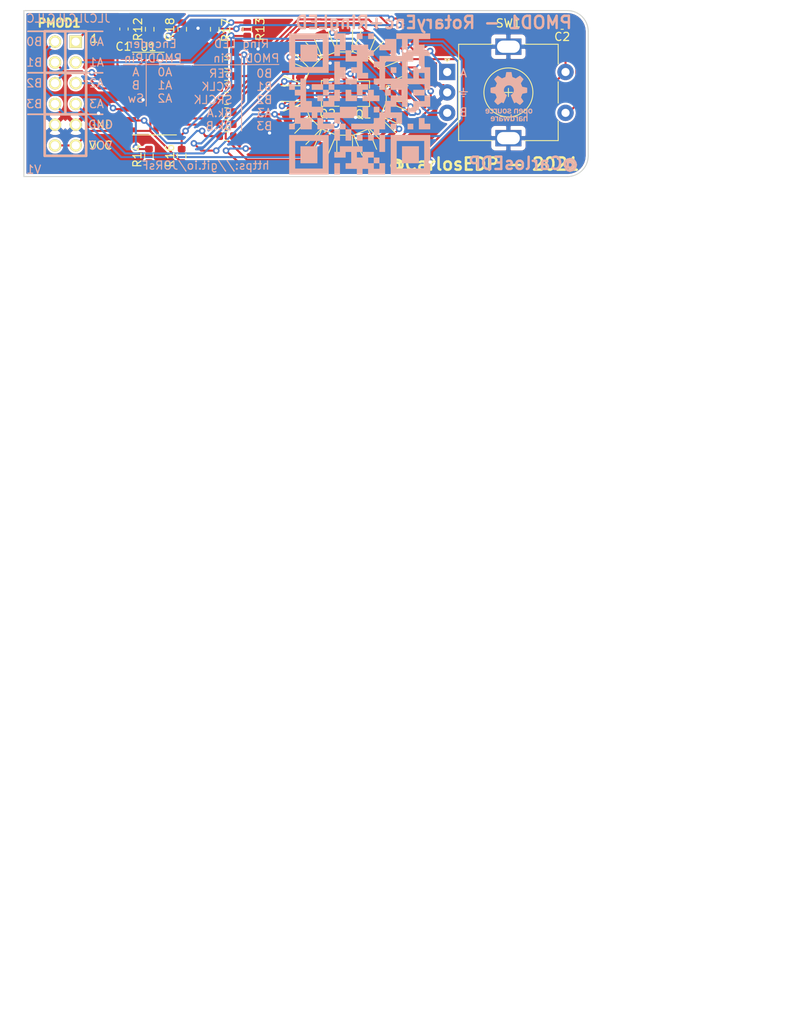
<source format=kicad_pcb>
(kicad_pcb (version 20171130) (host pcbnew "(5.1.9-0-10_14)")
  (layers (0 F.Cu signal) (31 B.Cu signal) (34 B.Paste user hide) (35 F.Paste user hide) (36 B.SilkS user) (37 F.SilkS user hide) (38 B.Mask user hide) (39 F.Mask user hide) (44 Edge.Cuts user))
  (net 0 "")
  (net 1 GND)
  (net 2 "Net-(D1-Pad2)")
  (net 3 "Net-(PMOD1-Pad1)")
  (net 4 "Net-(PMOD1-Pad7)")
  (net 5 "Net-(PMOD1-Pad2)")
  (net 6 "Net-(PMOD1-Pad8)")
  (net 7 "Net-(PMOD1-Pad3)")
  (net 8 "Net-(PMOD1-Pad9)")
  (net 9 +3V3)
  (net 10 "Net-(R3-Pad2)")
  (net 11 "Net-(R4-Pad2)")
  (net 12 "Net-(R5-Pad2)")
  (net 13 "Net-(R6-Pad2)")
  (net 14 "Net-(R7-Pad2)")
  (net 15 "Net-(R8-Pad2)")
  (net 16 "Net-(R9-Pad2)")
  (net 17 "Net-(R10-Pad2)")
  (net 18 "Net-(R12-Pad1)")
  (net 19 "Net-(R13-Pad1)")
  (net 20 "Net-(U1-Pad9)")
  (net 21 "Net-(D1-Pad1)")
  (net 22 "Net-(D10-Pad1)")
  (net 23 "Net-(D10-Pad2)")
  (net 24 "Net-(D11-Pad2)")
  (net 25 "Net-(D12-Pad2)")
  (net 26 "Net-(D13-Pad2)")
  (net 27 "Net-(D14-Pad2)")
  (net 28 "Net-(D15-Pad2)")
  (net 29 "Net-(D16-Pad2)")
  (net 30 A1)
  (net 31 A2)
  (net 32 "Net-(C2-Pad2)")
  (module CarlosEDP_Lib:RotaryEncoder_Alps_EC11E-Switch_Vertical_H20mm (layer F.Cu) (at 69.6525 101.501)
    (fp_text reference SW1 (at 7.493 -5.969) (layer F.SilkS))
    (fp_text value Rotary_Encoder_Switch)
    (pad A thru_hole rect (at 0 0) (size 2 2) (drill 1) (layers *.Cu *.Mask) (net 18 "Net-(R12-Pad1)"))
    (pad C thru_hole circle (at 0 2.5) (size 2 2) (drill 1) (layers *.Cu *.Mask) (net 1 GND))
    (pad B thru_hole circle (at 0 5) (size 2 2) (drill 1) (layers *.Cu *.Mask) (net 19 "Net-(R13-Pad1)"))
    (pad MP thru_hole rect (at 7.5 -3.1) (size 3.2 2) (drill oval 2.8 1.5) (layers *.Cu *.Mask) (net 1 GND))
    (pad MP thru_hole rect (at 7.5 8.1) (size 3.2 2) (drill oval 2.8 1.5) (layers *.Cu *.Mask) (net 1 GND))
    (pad S2 thru_hole circle (at 14.5 0) (size 2 2) (drill 1) (layers *.Cu *.Mask) (net 32 "Net-(C2-Pad2)"))
    (pad S1 thru_hole circle (at 14.5 5) (size 2 2) (drill 1) (layers *.Cu *.Mask) (net 9 +3V3))
  )
  (module Resistor_SMD:R_0603_1608Metric (layer F.Cu) (at 41.16425 96.266 270)
    (fp_text reference R17 (at 0.127 -1.38075 90) (layer F.SilkS))
    (fp_text value 4.7k)
    (pad 2 smd roundrect (at 0.825 0 270) (size 0.8 0.95) (layers F.Cu F.Paste F.Mask) (net 1 GND))
    (pad 1 smd roundrect (at -0.825 0 270) (size 0.8 0.95) (layers F.Cu F.Paste F.Mask) (net 32 "Net-(C2-Pad2)"))
  )
  (module library:PMOD1-QRCodeBlack (layer B.Cu) (at 58.928 105.41)
    (fp_text reference G*** hide)
    (fp_text value LOGO hide)
  )
  (module Package_SO:SOIC-16_3.9x9.9mm_P1.27mm (layer F.Cu) (at 33.02 104.14 180)
    (fp_text reference U1 (at 0 5.715) (layer F.SilkS))
    (fp_text value 74HC595)
    (pad 16 smd roundrect (at 2.475 -4.445 180) (size 1.95 0.6) (layers F.Cu F.Paste F.Mask) (net 9 +3V3))
    (pad 15 smd roundrect (at 2.475 -3.175 180) (size 1.95 0.6) (layers F.Cu F.Paste F.Mask) (net 10 "Net-(R3-Pad2)"))
    (pad 14 smd roundrect (at 2.475 -1.905 180) (size 1.95 0.6) (layers F.Cu F.Paste F.Mask) (net 4 "Net-(PMOD1-Pad7)"))
    (pad 13 smd roundrect (at 2.475 -0.635 180) (size 1.95 0.6) (layers F.Cu F.Paste F.Mask) (net 1 GND))
    (pad 12 smd roundrect (at 2.475 0.635 180) (size 1.95 0.6) (layers F.Cu F.Paste F.Mask) (net 6 "Net-(PMOD1-Pad8)"))
    (pad 11 smd roundrect (at 2.475 1.905 180) (size 1.95 0.6) (layers F.Cu F.Paste F.Mask) (net 8 "Net-(PMOD1-Pad9)"))
    (pad 10 smd roundrect (at 2.475 3.175 180) (size 1.95 0.6) (layers F.Cu F.Paste F.Mask) (net 9 +3V3))
    (pad 9 smd roundrect (at 2.475 4.445 180) (size 1.95 0.6) (layers F.Cu F.Paste F.Mask) (net 20 "Net-(U1-Pad9)"))
    (pad 8 smd roundrect (at -2.475 4.445 180) (size 1.95 0.6) (layers F.Cu F.Paste F.Mask) (net 1 GND))
    (pad 7 smd roundrect (at -2.475 3.175 180) (size 1.95 0.6) (layers F.Cu F.Paste F.Mask) (net 17 "Net-(R10-Pad2)"))
    (pad 6 smd roundrect (at -2.475 1.905 180) (size 1.95 0.6) (layers F.Cu F.Paste F.Mask) (net 16 "Net-(R9-Pad2)"))
    (pad 5 smd roundrect (at -2.475 0.635 180) (size 1.95 0.6) (layers F.Cu F.Paste F.Mask) (net 15 "Net-(R8-Pad2)"))
    (pad 4 smd roundrect (at -2.475 -0.635 180) (size 1.95 0.6) (layers F.Cu F.Paste F.Mask) (net 14 "Net-(R7-Pad2)"))
    (pad 3 smd roundrect (at -2.475 -1.905 180) (size 1.95 0.6) (layers F.Cu F.Paste F.Mask) (net 13 "Net-(R6-Pad2)"))
    (pad 2 smd roundrect (at -2.475 -3.175 180) (size 1.95 0.6) (layers F.Cu F.Paste F.Mask) (net 12 "Net-(R5-Pad2)"))
    (pad 1 smd roundrect (at -2.475 -4.445 180) (size 1.95 0.6) (layers F.Cu F.Paste F.Mask) (net 11 "Net-(R4-Pad2)"))
  )
  (module "" (layer F.Cu) (at 41.402 98.806)
    (fp_text reference "" (at 53.34 105.41) (layer F.SilkS) (effects (font (size 1.27 1.27))))
    (fp_text value "" (at 53.34 105.41) (layer F.SilkS) (effects (font (size 1.27 1.27))))
  )
  (module PMOD:pmod_pin_array_6x2_hs (layer F.Cu) (at 22.86 104.14)
    (fp_text reference PMOD1 (at -0.762 -8.636) (layer F.SilkS) (effects (font (size 1.016 1.016) (thickness 0.254))))
    (fp_text value PMOD-Device-x2-Type-1A-GPIO hide)
    (fp_text user 1 (at 3.556 -6.731) (layer F.SilkS))
    (fp_text user GND (at 4.318 3.81) (layer F.SilkS))
    (fp_text user VCC (at 4.318 6.35) (layer F.SilkS))
    (fp_text user VCC (at 4.318 6.35) (layer B.SilkS) (effects (justify mirror)))
    (fp_text user GND (at 4.318 3.81) (layer B.SilkS) (effects (justify mirror)))
    (fp_text user B0 (at -3.81 -6.35) (layer B.SilkS) (effects (justify mirror)))
    (fp_text user B1 (at -3.81 -3.81) (layer B.SilkS) (effects (justify mirror)))
    (fp_text user B2 (at -3.81 -1.27) (layer B.SilkS) (effects (justify mirror)))
    (fp_text user B3 (at -3.81 1.27) (layer B.SilkS) (effects (justify mirror)))
    (fp_text user A0 (at 3.81 -6.35) (layer B.SilkS) (effects (justify mirror)))
    (fp_text user A1 (at 3.81 -3.81) (layer B.SilkS) (effects (justify mirror)))
    (fp_text user A2 (at 3.81 -1.27) (layer B.SilkS) (effects (justify mirror)))
    (fp_text user A3 (at 3.81 1.27) (layer B.SilkS) (effects (justify mirror)))
    (pad 12 thru_hole circle (at -1.27 6.35 270) (size 1.524 1.524) (drill 1.016) (layers *.Cu *.Mask F.SilkS) (net 9 +3V3))
    (pad 6 thru_hole circle (at 1.27 6.35 270) (size 1.524 1.524) (drill 1.016) (layers *.Cu *.Mask F.SilkS) (net 9 +3V3))
    (pad 11 thru_hole circle (at -1.27 3.81 270) (size 1.524 1.524) (drill 1.016) (layers *.Cu *.Mask F.SilkS) (net 1 GND))
    (pad 5 thru_hole circle (at 1.27 3.81 270) (size 1.524 1.524) (drill 1.016) (layers *.Cu *.Mask F.SilkS) (net 1 GND))
    (pad 10 thru_hole circle (at -1.27 1.27 270) (size 1.524 1.524) (drill 1.016) (layers *.Cu *.Mask F.SilkS) (net 31 A2))
    (pad 4 thru_hole circle (at 1.27 1.27 270) (size 1.524 1.524) (drill 1.016) (layers *.Cu *.Mask F.SilkS) (net 30 A1))
    (pad 9 thru_hole circle (at -1.27 -1.27 270) (size 1.524 1.524) (drill 1.016) (layers *.Cu *.Mask F.SilkS) (net 8 "Net-(PMOD1-Pad9)"))
    (pad 3 thru_hole circle (at 1.27 -1.27 270) (size 1.524 1.524) (drill 1.016) (layers *.Cu *.Mask F.SilkS) (net 7 "Net-(PMOD1-Pad3)"))
    (pad 8 thru_hole circle (at -1.27 -3.81 270) (size 1.524 1.524) (drill 1.016) (layers *.Cu *.Mask F.SilkS) (net 6 "Net-(PMOD1-Pad8)"))
    (pad 2 thru_hole circle (at 1.27 -3.81 270) (size 1.524 1.524) (drill 1.016) (layers *.Cu *.Mask F.SilkS) (net 5 "Net-(PMOD1-Pad2)"))
    (pad 7 thru_hole circle (at -1.27 -6.35 270) (size 1.524 1.524) (drill 1.016) (layers *.Cu *.Mask F.SilkS) (net 4 "Net-(PMOD1-Pad7)"))
    (pad 1 thru_hole rect (at 1.27 -6.35) (size 1.524 1.524) (drill 1.016) (layers *.Cu *.Mask F.SilkS) (net 3 "Net-(PMOD1-Pad1)"))
  )
  (module "" (layer B.Cu) (at 81.026 108.331 180)
    (fp_text reference "" (at 0 0) (layer B.SilkS) (effects (font (size 1.27 1.27)) (justify mirror)))
    (fp_text value "" (at 0 0) (layer B.SilkS) (effects (font (size 1.27 1.27)) (justify mirror)))
  )
  (module "" (layer F.Cu) (at 62.103 110.236)
    (fp_text reference "" (at 49.7055 107.569) (layer F.SilkS) (effects (font (size 1.27 1.27))))
    (fp_text value "" (at 49.7055 107.569) (layer F.SilkS) (effects (font (size 1.27 1.27))))
  )
  (module LED_SMD:LED_0805_2012Metric (layer F.Cu) (at 52.359587 99.286087 135)
    (fp_text reference D3 hide)
    (fp_text value LED_ALT)
    (pad 2 smd roundrect (at 0.9375 0 135) (size 0.975 1.4) (layers F.Cu F.Paste F.Mask) (net 24 "Net-(D11-Pad2)"))
    (pad 1 smd roundrect (at -0.9375 0 135) (size 0.975 1.4) (layers F.Cu F.Paste F.Mask) (net 21 "Net-(D1-Pad1)"))
  )
  (module LED_SMD:LED_0805_2012Metric (layer F.Cu) (at 50.307 104.14 180)
    (fp_text reference D1 hide)
    (fp_text value LED_ALT)
    (pad 2 smd roundrect (at 0.9375 0 180) (size 0.975 1.4) (layers F.Cu F.Paste F.Mask) (net 2 "Net-(D1-Pad2)"))
    (pad 1 smd roundrect (at -0.9375 0 180) (size 0.975 1.4) (layers F.Cu F.Paste F.Mask) (net 21 "Net-(D1-Pad1)"))
  )
  (module LED_SMD:LED_0805_2012Metric (layer F.Cu) (at 50.886363 101.495234 157.5)
    (fp_text reference D2 hide)
    (fp_text value LED_ALT)
    (pad 1 smd roundrect (at -0.9375 0 157.5) (size 0.975 1.4) (layers F.Cu F.Paste F.Mask) (net 21 "Net-(D1-Pad1)"))
    (pad 2 smd roundrect (at 0.9375 0 157.5) (size 0.975 1.4) (layers F.Cu F.Paste F.Mask) (net 23 "Net-(D10-Pad2)"))
  )
  (module LED_SMD:LED_0805_2012Metric (layer F.Cu) (at 54.568734 97.812863 112.5)
    (fp_text reference D4 hide)
    (fp_text value LED_ALT)
    (pad 1 smd roundrect (at -0.9375 0 112.5) (size 0.975 1.4) (layers F.Cu F.Paste F.Mask) (net 21 "Net-(D1-Pad1)"))
    (pad 2 smd roundrect (at 0.9375 0 112.5) (size 0.975 1.4) (layers F.Cu F.Paste F.Mask) (net 25 "Net-(D12-Pad2)"))
  )
  (module LED_SMD:LED_0805_2012Metric (layer F.Cu) (at 57.0865 97.3605 90)
    (fp_text reference D5 hide)
    (fp_text value LED_ALT)
    (pad 2 smd roundrect (at 0.9375 0 90) (size 0.975 1.4) (layers F.Cu F.Paste F.Mask) (net 26 "Net-(D13-Pad2)"))
    (pad 1 smd roundrect (at -0.9375 0 90) (size 0.975 1.4) (layers F.Cu F.Paste F.Mask) (net 21 "Net-(D1-Pad1)"))
  )
  (module LED_SMD:LED_0805_2012Metric (layer F.Cu) (at 59.604266 97.812863 67.5)
    (fp_text reference D6 hide)
    (fp_text value LED_ALT)
    (pad 1 smd roundrect (at -0.9375 0 67.5) (size 0.975 1.4) (layers F.Cu F.Paste F.Mask) (net 21 "Net-(D1-Pad1)"))
    (pad 2 smd roundrect (at 0.9375 0 67.5) (size 0.975 1.4) (layers F.Cu F.Paste F.Mask) (net 27 "Net-(D14-Pad2)"))
  )
  (module LED_SMD:LED_0805_2012Metric (layer F.Cu) (at 61.757587 99.214913 45)
    (fp_text reference D7 hide)
    (fp_text value LED_ALT)
    (pad 2 smd roundrect (at 0.9375 0 45) (size 0.975 1.4) (layers F.Cu F.Paste F.Mask) (net 28 "Net-(D15-Pad2)"))
    (pad 1 smd roundrect (at -0.9375 0 45) (size 0.975 1.4) (layers F.Cu F.Paste F.Mask) (net 21 "Net-(D1-Pad1)"))
  )
  (module LED_SMD:LED_0805_2012Metric (layer F.Cu) (at 63.286637 101.368234 22.5)
    (fp_text reference D8 hide)
    (fp_text value LED_ALT)
    (pad 1 smd roundrect (at -0.9375 0 22.5) (size 0.975 1.4) (layers F.Cu F.Paste F.Mask) (net 21 "Net-(D1-Pad1)"))
    (pad 2 smd roundrect (at 0.9375 0 22.5) (size 0.975 1.4) (layers F.Cu F.Paste F.Mask) (net 29 "Net-(D16-Pad2)"))
  )
  (module Resistor_SMD:R_0603_1608Metric (layer F.Cu) (at 42.609 109.346997 180)
    (fp_text reference R3 hide)
    (fp_text value 220R)
    (pad 1 smd roundrect (at -0.825 0 180) (size 0.8 0.95) (layers F.Cu F.Paste F.Mask) (net 2 "Net-(D1-Pad2)"))
    (pad 2 smd roundrect (at 0.825 0 180) (size 0.8 0.95) (layers F.Cu F.Paste F.Mask) (net 10 "Net-(R3-Pad2)"))
  )
  (module Resistor_SMD:R_0603_1608Metric (layer F.Cu) (at 42.609 107.877426 180)
    (fp_text reference R4 hide)
    (fp_text value 220R)
    (pad 1 smd roundrect (at -0.825 0 180) (size 0.8 0.95) (layers F.Cu F.Paste F.Mask) (net 23 "Net-(D10-Pad2)"))
    (pad 2 smd roundrect (at 0.825 0 180) (size 0.8 0.95) (layers F.Cu F.Paste F.Mask) (net 11 "Net-(R4-Pad2)"))
  )
  (module Resistor_SMD:R_0603_1608Metric (layer F.Cu) (at 42.609 106.407855 180)
    (fp_text reference R5 hide)
    (fp_text value 220R)
    (pad 2 smd roundrect (at 0.825 0 180) (size 0.8 0.95) (layers F.Cu F.Paste F.Mask) (net 12 "Net-(R5-Pad2)"))
    (pad 1 smd roundrect (at -0.825 0 180) (size 0.8 0.95) (layers F.Cu F.Paste F.Mask) (net 24 "Net-(D11-Pad2)"))
  )
  (module Resistor_SMD:R_0603_1608Metric (layer F.Cu) (at 42.609 104.938284 180)
    (fp_text reference R6 hide)
    (fp_text value 220R)
    (pad 1 smd roundrect (at -0.825 0 180) (size 0.8 0.95) (layers F.Cu F.Paste F.Mask) (net 25 "Net-(D12-Pad2)"))
    (pad 2 smd roundrect (at 0.825 0 180) (size 0.8 0.95) (layers F.Cu F.Paste F.Mask) (net 13 "Net-(R6-Pad2)"))
  )
  (module Resistor_SMD:R_0603_1608Metric (layer F.Cu) (at 42.609 103.468713 180)
    (fp_text reference R7 hide)
    (fp_text value 220R)
    (pad 2 smd roundrect (at 0.825 0 180) (size 0.8 0.95) (layers F.Cu F.Paste F.Mask) (net 14 "Net-(R7-Pad2)"))
    (pad 1 smd roundrect (at -0.825 0 180) (size 0.8 0.95) (layers F.Cu F.Paste F.Mask) (net 26 "Net-(D13-Pad2)"))
  )
  (module Resistor_SMD:R_0603_1608Metric (layer F.Cu) (at 42.609 101.999142 180)
    (fp_text reference R8 hide)
    (fp_text value 220R)
    (pad 1 smd roundrect (at -0.825 0 180) (size 0.8 0.95) (layers F.Cu F.Paste F.Mask) (net 27 "Net-(D14-Pad2)"))
    (pad 2 smd roundrect (at 0.825 0 180) (size 0.8 0.95) (layers F.Cu F.Paste F.Mask) (net 15 "Net-(R8-Pad2)"))
  )
  (module Resistor_SMD:R_0603_1608Metric (layer F.Cu) (at 42.609 100.529571 180)
    (fp_text reference R9 hide)
    (fp_text value 220R)
    (pad 2 smd roundrect (at 0.825 0 180) (size 0.8 0.95) (layers F.Cu F.Paste F.Mask) (net 16 "Net-(R9-Pad2)"))
    (pad 1 smd roundrect (at -0.825 0 180) (size 0.8 0.95) (layers F.Cu F.Paste F.Mask) (net 28 "Net-(D15-Pad2)"))
  )
  (module Resistor_SMD:R_0603_1608Metric (layer F.Cu) (at 42.609 99.06 180)
    (fp_text reference R10 hide)
    (fp_text value 220R)
    (pad 2 smd roundrect (at 0.825 0 180) (size 0.8 0.95) (layers F.Cu F.Paste F.Mask) (net 17 "Net-(R10-Pad2)"))
    (pad 1 smd roundrect (at -0.825 0 180) (size 0.8 0.95) (layers F.Cu F.Paste F.Mask) (net 29 "Net-(D16-Pad2)"))
  )
  (module Resistor_SMD:R_0603_1608Metric (layer F.Cu) (at 33.19475 96.266 270)
    (fp_text reference R12 (at 0 1.44475 90) (layer F.SilkS))
    (fp_text value 4.7k)
    (pad 1 smd roundrect (at -0.825 0 270) (size 0.8 0.95) (layers F.Cu F.Paste F.Mask) (net 18 "Net-(R12-Pad1)"))
    (pad 2 smd roundrect (at 0.825 0 270) (size 0.8 0.95) (layers F.Cu F.Paste F.Mask) (net 3 "Net-(PMOD1-Pad1)"))
  )
  (module Resistor_SMD:R_0603_1608Metric (layer F.Cu) (at 45.149 96.266 90)
    (fp_text reference R13 (at 0 1.587 90) (layer F.SilkS))
    (fp_text value 4.7k)
    (pad 1 smd roundrect (at -0.825 0 90) (size 0.8 0.95) (layers F.Cu F.Paste F.Mask) (net 19 "Net-(R13-Pad1)"))
    (pad 2 smd roundrect (at 0.825 0 90) (size 0.8 0.95) (layers F.Cu F.Paste F.Mask) (net 5 "Net-(PMOD1-Pad2)"))
  )
  (module Resistor_SMD:R_0603_1608Metric (layer F.Cu) (at 33.0962 111.76 90)
    (fp_text reference R14 (at 0 -1.43 90) (layer F.SilkS))
    (fp_text value 4.7k)
    (pad 2 smd roundrect (at 0.825 0 90) (size 0.8 0.95) (layers F.Cu F.Paste F.Mask) (net 7 "Net-(PMOD1-Pad3)"))
    (pad 1 smd roundrect (at -0.825 0 90) (size 0.8 0.95) (layers F.Cu F.Paste F.Mask) (net 32 "Net-(C2-Pad2)"))
  )
  (module Resistor_SMD:R_0603_1608Metric (layer F.Cu) (at 37.1094 111.76 90)
    (fp_text reference R16 (at 0 -1.43 90) (layer F.SilkS))
    (fp_text value 4.7k)
    (pad 1 smd roundrect (at -0.825 0 90) (size 0.8 0.95) (layers F.Cu F.Paste F.Mask) (net 9 +3V3))
    (pad 2 smd roundrect (at 0.825 0 90) (size 0.8 0.95) (layers F.Cu F.Paste F.Mask) (net 19 "Net-(R13-Pad1)"))
  )
  (module Resistor_SMD:R_0603_1608Metric (layer F.Cu) (at 37.1795 96.266 90)
    (fp_text reference R18 (at 0 -1.4925 90) (layer F.SilkS))
    (fp_text value 4.7k)
    (pad 1 smd roundrect (at -0.825 0 90) (size 0.8 0.95) (layers F.Cu F.Paste F.Mask) (net 9 +3V3))
    (pad 2 smd roundrect (at 0.825 0 90) (size 0.8 0.95) (layers F.Cu F.Paste F.Mask) (net 18 "Net-(R12-Pad1)"))
  )
  (module Capacitor_SMD:C_0603_1608Metric (layer F.Cu) (at 30.04 96.24 90)
    (fp_text reference C1 (at -2.145 -0.065 180) (layer F.SilkS))
    (fp_text value 100n)
    (pad 2 smd roundrect (at 0.775 0 90) (size 0.9 0.95) (layers F.Cu F.Paste F.Mask) (net 1 GND))
    (pad 1 smd roundrect (at -0.775 0 90) (size 0.9 0.95) (layers F.Cu F.Paste F.Mask) (net 9 +3V3))
  )
  (module LED_SMD:LED_0805_2012Metric (layer F.Cu) (at 63.866 104.14)
    (fp_text reference D9 hide)
    (fp_text value LED_ALT)
    (pad 2 smd roundrect (at 0.9375 0) (size 0.975 1.4) (layers F.Cu F.Paste F.Mask) (net 2 "Net-(D1-Pad2)"))
    (pad 1 smd roundrect (at -0.9375 0) (size 0.975 1.4) (layers F.Cu F.Paste F.Mask) (net 22 "Net-(D10-Pad1)"))
  )
  (module LED_SMD:LED_0805_2012Metric (layer F.Cu) (at 63.373 106.68 337.5)
    (fp_text reference D10 hide)
    (fp_text value LED_ALT)
    (pad 1 smd roundrect (at -0.9375 0 337.5) (size 0.975 1.4) (layers F.Cu F.Paste F.Mask) (net 22 "Net-(D10-Pad1)"))
    (pad 2 smd roundrect (at 0.9375 0 337.5) (size 0.975 1.4) (layers F.Cu F.Paste F.Mask) (net 23 "Net-(D10-Pad2)"))
  )
  (module LED_SMD:LED_0805_2012Metric (layer F.Cu) (at 61.940413 108.930413 315)
    (fp_text reference D11 hide)
    (fp_text value LED_ALT)
    (pad 2 smd roundrect (at 0.9375 0 315) (size 0.975 1.4) (layers F.Cu F.Paste F.Mask) (net 24 "Net-(D11-Pad2)"))
    (pad 1 smd roundrect (at -0.9375 0 315) (size 0.975 1.4) (layers F.Cu F.Paste F.Mask) (net 22 "Net-(D10-Pad1)"))
  )
  (module LED_SMD:LED_0805_2012Metric (layer F.Cu) (at 59.731266 110.403637 292.5)
    (fp_text reference D12 hide)
    (fp_text value LED_ALT)
    (pad 1 smd roundrect (at -0.9375 0 292.5) (size 0.975 1.4) (layers F.Cu F.Paste F.Mask) (net 22 "Net-(D10-Pad1)"))
    (pad 2 smd roundrect (at 0.9375 0 292.5) (size 0.975 1.4) (layers F.Cu F.Paste F.Mask) (net 25 "Net-(D12-Pad2)"))
  )
  (module LED_SMD:LED_0805_2012Metric (layer F.Cu) (at 57.0865 110.9195 270)
    (fp_text reference D13 hide)
    (fp_text value LED_ALT)
    (pad 2 smd roundrect (at 0.9375 0 270) (size 0.975 1.4) (layers F.Cu F.Paste F.Mask) (net 26 "Net-(D13-Pad2)"))
    (pad 1 smd roundrect (at -0.9375 0 270) (size 0.975 1.4) (layers F.Cu F.Paste F.Mask) (net 22 "Net-(D10-Pad1)"))
  )
  (module LED_SMD:LED_0805_2012Metric (layer F.Cu) (at 54.505234 110.403637 247.5)
    (fp_text reference D14 hide)
    (fp_text value LED_ALT)
    (pad 1 smd roundrect (at -0.9375 0 247.5) (size 0.975 1.4) (layers F.Cu F.Paste F.Mask) (net 22 "Net-(D10-Pad1)"))
    (pad 2 smd roundrect (at 0.9375 0 247.5) (size 0.975 1.4) (layers F.Cu F.Paste F.Mask) (net 27 "Net-(D14-Pad2)"))
  )
  (module LED_SMD:LED_0805_2012Metric (layer F.Cu) (at 52.359587 108.966 225)
    (fp_text reference D15 hide)
    (fp_text value LED_ALT)
    (pad 2 smd roundrect (at 0.9375 0 225) (size 0.975 1.4) (layers F.Cu F.Paste F.Mask) (net 28 "Net-(D15-Pad2)"))
    (pad 1 smd roundrect (at -0.9375 0 225) (size 0.975 1.4) (layers F.Cu F.Paste F.Mask) (net 22 "Net-(D10-Pad1)"))
  )
  (module LED_SMD:LED_0805_2012Metric (layer F.Cu) (at 50.886363 106.784766 202.5)
    (fp_text reference D16 hide)
    (fp_text value LED_ALT)
    (pad 1 smd roundrect (at -0.9375 0 202.5) (size 0.975 1.4) (layers F.Cu F.Paste F.Mask) (net 22 "Net-(D10-Pad1)"))
    (pad 2 smd roundrect (at 0.9375 0 202.5) (size 0.975 1.4) (layers F.Cu F.Paste F.Mask) (net 29 "Net-(D16-Pad2)"))
  )
  (module Package_TO_SOT_SMD:SOT-23 (layer F.Cu) (at 59.3725 104.14)
    (fp_text reference Q1 (at 0 2.54) (layer F.SilkS))
    (fp_text value 2N7002)
    (pad 1 smd rect (at -1 -0.95) (size 0.9 0.8) (layers F.Cu F.Paste F.Mask) (net 30 A1))
    (pad 2 smd rect (at -1 0.95) (size 0.9 0.8) (layers F.Cu F.Paste F.Mask) (net 1 GND))
    (pad 3 smd rect (at 1 0) (size 0.9 0.8) (layers F.Cu F.Paste F.Mask) (net 21 "Net-(D1-Pad1)"))
  )
  (module Package_TO_SOT_SMD:SOT-23 (layer F.Cu) (at 55.001501 104.115001 180)
    (fp_text reference Q2 (at 0 -2.5) (layer F.SilkS))
    (fp_text value 2N7002)
    (pad 3 smd rect (at 1 0 180) (size 0.9 0.8) (layers F.Cu F.Paste F.Mask) (net 22 "Net-(D10-Pad1)"))
    (pad 2 smd rect (at -1 0.95 180) (size 0.9 0.8) (layers F.Cu F.Paste F.Mask) (net 1 GND))
    (pad 1 smd rect (at -1 -0.95 180) (size 0.9 0.8) (layers F.Cu F.Paste F.Mask) (net 31 A2))
  )
  (module Capacitor_SMD:C_0603_1608Metric (layer F.Cu) (at 83.7435 95.758 180)
    (fp_text reference C2 (at 0 -1.43) (layer F.SilkS))
    (fp_text value 100n)
    (pad 1 smd roundrect (at -0.775 0 180) (size 0.9 0.95) (layers F.Cu F.Paste F.Mask) (net 9 +3V3))
    (pad 2 smd roundrect (at 0.775 0 180) (size 0.9 0.95) (layers F.Cu F.Paste F.Mask) (net 32 "Net-(C2-Pad2)"))
  )
  (gr_text JLCJLCJLCJLC (at 23.24 94.94) (layer B.SilkS) (effects (font (size 1 1)) (justify mirror)))
  (gr_text ⏚ (at 71.64 104.04) (layer B.SilkS) (effects (font (size 1 1)) (justify mirror)))
  (gr_text A (at 71.64 101.64) (layer B.SilkS) (effects (font (size 1 1)) (justify mirror)))
  (gr_text B (at 71.64 106.44) (layer B.SilkS) (effects (font (size 1 1)) (justify mirror)))
  (gr_text https://git.io/JORsF (at 40.04 112.94) (layer B.SilkS) (effects (font (size 1 1)) (justify mirror)))
  (gr_text V1 (at 18.99 113.44) (layer B.SilkS) (effects (font (size 1 1)) (justify mirror)))
  (gr_line (start 44.45 99.314) (end 44.45 108.712) (layer B.SilkS) (width 0.12))
  (gr_line (start 49.022 100.584) (end 38.481 100.6475) (layer B.SilkS) (width 0.12))
  (gr_text "SER\nRCLK\nSRCLK\nBk.A\nBk.B" (at 43.434 104.902) (layer B.SilkS) (effects (font (size 1 1)) (justify left mirror)))
  (gr_text "Ring LED" (at 44.45 98.044) (layer B.SilkS) (effects (font (size 1 1)) (justify mirror)))
  (gr_text Pin (at 42.164 99.822) (layer B.SilkS) (effects (font (size 1 1)) (justify mirror)))
  (gr_text PMOD (at 46.99 99.822) (layer B.SilkS) (effects (font (size 1 1)) (justify mirror)))
  (gr_text "B0\nB1\nB2\nA3\nB3" (at 47.244 104.902) (layer B.SilkS) (effects (font (size 1 1)) (justify mirror)))
  (gr_text Encoder (at 33.528 98.044) (layer B.SilkS) (effects (font (size 1 1)) (justify mirror)))
  (gr_text "A\nB\nSw" (at 31.496 103.124) (layer B.SilkS) (effects (font (size 1 1)) (justify mirror)))
  (gr_text PMOD (at 35.052 99.822) (layer B.SilkS) (effects (font (size 1 1)) (justify mirror)))
  (gr_text Pin (at 31.242 99.822) (layer B.SilkS) (effects (font (size 1 1)) (justify mirror)))
  (gr_line (start 37.338 100.584) (end 29.972 100.584) (layer B.SilkS) (width 0.12))
  (gr_line (start 32.766 99.314) (end 32.766 105.664) (layer B.SilkS) (width 0.12))
  (gr_text "A0\nA1\nA2" (at 35.052 103.124) (layer B.SilkS) (effects (font (size 1 1)) (justify mirror)))
  (gr_text "PMOD1 - RotaryEnc+RingLED" (at 67.99 95.44) (layer B.SilkS) (effects (font (size 1.5 1.5) (thickness 0.3)) (justify mirror)))
  (gr_text @CarlosEDP (at 78.99 112.69) (layer B.SilkS) (effects (font (size 1.5 1.5) (thickness 0.3)) (justify mirror)))
  (gr_text "@CarlosEDP - 2021" (at 74.168 112.776) (layer F.SilkS) (effects (font (size 1.5 1.5) (thickness 0.3))))
  (gr_arc (start 84.3915 111.76) (end 84.3915 114.3) (angle -90) (layer Edge.Cuts) (width 0.12))
  (gr_arc (start 84.3915 96.52) (end 86.9315 96.52) (angle -90) (layer Edge.Cuts) (width 0.12))
  (gr_line (start 17.78 114.3) (end 17.78 93.98) (layer Edge.Cuts) (width 0.12))
  (gr_line (start 84.3915 114.3) (end 17.78 114.3) (layer Edge.Cuts) (width 0.12))
  (gr_line (start 86.9315 96.52) (end 86.9315 111.76) (layer Edge.Cuts) (width 0.12))
  (gr_line (start 17.78 93.98) (end 84.3915 93.98) (layer Edge.Cuts) (width 0.12))
  (segment (start 24.13 107.95) (end 27.178 104.902) (width 0.25) (layer F.Cu) (net 1))
  (segment (start 21.59 107.95) (end 20.502999 106.862999) (width 0.25) (layer F.Cu) (net 1))
  (segment (start 27.178 104.902) (end 30.226 104.902) (width 0.25) (layer F.Cu) (net 1))
  (segment (start 41.16425 97.091) (end 41.085 97.091) (width 0.25) (layer F.Cu) (net 1))
  (segment (start 58.3725 105.09) (end 57.9095 105.09) (width 0.25) (layer F.Cu) (net 1))
  (segment (start 69.20599 103.11499) (end 69.596 103.505) (width 0.25) (layer F.Cu) (net 1))
  (segment (start 56.001501 101.104751) (end 55.3085 100.41175) (width 0.25) (layer F.Cu) (net 1))
  (via (at 55.3085 100.41175) (size 0.8) (drill 0.4) (layers F.Cu B.Cu) (net 1))
  (segment (start 56.001501 103.165001) (end 56.001501 101.104751) (width 0.25) (layer F.Cu) (net 1))
  (segment (start 30.545 104.775) (end 31.52 104.775) (width 0.25) (layer F.Cu) (net 1))
  (segment (start 55.3085 100.41175) (end 54.88225 100.838) (width 0.25) (layer B.Cu) (net 1))
  (segment (start 54.88225 100.838) (end 48.895 100.838) (width 0.25) (layer B.Cu) (net 1))
  (segment (start 23.417998 99.187) (end 25.527 99.187) (width 0.25) (layer F.Cu) (net 1))
  (segment (start 22.733 98.502002) (end 23.417998 99.187) (width 0.25) (layer F.Cu) (net 1))
  (segment (start 22.733 97.028) (end 22.733 98.502002) (width 0.25) (layer F.Cu) (net 1))
  (segment (start 35.495 99.695) (end 33.9725 99.695) (width 0.25) (layer F.Cu) (net 1))
  (segment (start 58.3725 105.09) (end 60.857502 105.09) (width 0.25) (layer F.Cu) (net 1))
  (segment (start 24.7015 104.14) (end 20.8915 104.14) (width 0.25) (layer F.Cu) (net 1))
  (segment (start 69.20599 103.11499) (end 62.30251 103.11499) (width 0.25) (layer F.Cu) (net 1))
  (segment (start 62.30251 103.11499) (end 61.7855 103.632) (width 0.25) (layer F.Cu) (net 1))
  (via (at 58.42 107.061) (size 0.8) (drill 0.4) (layers F.Cu B.Cu) (net 1))
  (via (at 47.879 108.966) (size 0.8) (drill 0.4) (layers F.Cu B.Cu) (net 1))
  (via (at 52.578 103.378) (size 0.8) (drill 0.4) (layers F.Cu B.Cu) (net 1))
  (via (at 32.385 104.902) (size 0.8) (drill 0.4) (layers F.Cu B.Cu) (net 1))
  (via (at 26.924 106.553) (size 0.8) (drill 0.4) (layers F.Cu B.Cu) (net 1))
  (via (at 39.116 96.139) (size 0.8) (drill 0.4) (layers F.Cu B.Cu) (net 1))
  (via (at 46.482 98.679) (size 0.8) (drill 0.4) (layers F.Cu B.Cu) (net 1))
  (segment (start 43.434 109.346997) (end 44.196003 109.346997) (width 0.25) (layer F.Cu) (net 2))
  (segment (start 44.196003 109.346997) (end 49.276 104.267) (width 0.25) (layer F.Cu) (net 2))
  (via (at 66.04 106.3625) (size 0.8) (drill 0.4) (layers F.Cu B.Cu) (net 2))
  (segment (start 66.04 105.3765) (end 66.04 106.3625) (width 0.25) (layer F.Cu) (net 2))
  (segment (start 64.8035 104.14) (end 66.04 105.3765) (width 0.25) (layer F.Cu) (net 2))
  (via (at 49.693403 102.652403) (size 0.8) (drill 0.4) (layers F.Cu B.Cu) (net 2))
  (segment (start 49.693403 102.652403) (end 49.2125 103.133306) (width 0.25) (layer F.Cu) (net 2))
  (segment (start 49.2125 103.133306) (end 49.2125 103.6955) (width 0.25) (layer F.Cu) (net 2))
  (segment (start 49.693403 102.652403) (end 61.160402 102.652403) (width 0.25) (layer B.Cu) (net 2))
  (segment (start 61.160402 102.652403) (end 64.425999 105.918) (width 0.25) (layer B.Cu) (net 2))
  (segment (start 65.640001 106.762499) (end 66.04 106.3625) (width 0.25) (layer B.Cu) (net 2))
  (segment (start 65.112997 106.762499) (end 65.640001 106.762499) (width 0.25) (layer B.Cu) (net 2))
  (segment (start 64.425999 106.075501) (end 65.112997 106.762499) (width 0.25) (layer B.Cu) (net 2))
  (segment (start 64.425999 105.918) (end 64.425999 106.075501) (width 0.25) (layer B.Cu) (net 2))
  (segment (start 25.68 96.24) (end 24.13 97.79) (width 0.25) (layer F.Cu) (net 3))
  (segment (start 32.34375 96.24) (end 25.68 96.24) (width 0.25) (layer F.Cu) (net 3))
  (segment (start 33.19475 97.091) (end 32.34375 96.24) (width 0.25) (layer F.Cu) (net 3))
  (via (at 28.702 105.918) (size 0.8) (drill 0.4) (layers F.Cu B.Cu) (net 4))
  (segment (start 28.829 106.045) (end 28.702 105.918) (width 0.25) (layer F.Cu) (net 4))
  (segment (start 30.445 106.045) (end 28.829 106.045) (width 0.25) (layer F.Cu) (net 4))
  (segment (start 20.502999 103.391761) (end 20.502999 98.877001) (width 0.25) (layer B.Cu) (net 4))
  (segment (start 21.434237 104.322999) (end 20.502999 103.391761) (width 0.25) (layer B.Cu) (net 4))
  (segment (start 27.106999 104.322999) (end 21.434237 104.322999) (width 0.25) (layer B.Cu) (net 4))
  (segment (start 28.702 105.918) (end 27.106999 104.322999) (width 0.25) (layer B.Cu) (net 4))
  (segment (start 20.502999 98.877001) (end 21.59 97.79) (width 0.25) (layer B.Cu) (net 4))
  (via (at 43.18 95.44101) (size 0.8) (drill 0.4) (layers F.Cu B.Cu) (net 5))
  (segment (start 38.29101 100.33) (end 43.18 95.44101) (width 0.25) (layer B.Cu) (net 5))
  (segment (start 43.18 95.44101) (end 45.14901 95.44101) (width 0.25) (layer F.Cu) (net 5))
  (segment (start 38.264509 100.303499) (end 24.865499 100.303499) (width 0.25) (layer B.Cu) (net 5))
  (segment (start 38.29101 100.33) (end 38.264509 100.303499) (width 0.25) (layer B.Cu) (net 5))
  (segment (start 24.865499 100.303499) (end 24.8285 100.2665) (width 0.25) (layer B.Cu) (net 5))
  (segment (start 24.905999 101.417001) (end 26.993998 103.505) (width 0.25) (layer F.Cu) (net 6))
  (segment (start 26.993998 103.505) (end 30.545 103.505) (width 0.25) (layer F.Cu) (net 6))
  (segment (start 22.677001 101.417001) (end 24.905999 101.417001) (width 0.25) (layer F.Cu) (net 6))
  (segment (start 21.59 100.33) (end 22.677001 101.417001) (width 0.25) (layer F.Cu) (net 6))
  (via (at 31.496 110.744) (size 0.8) (drill 0.4) (layers F.Cu B.Cu) (net 7))
  (segment (start 31.687 110.935) (end 31.496 110.744) (width 0.25) (layer F.Cu) (net 7))
  (segment (start 33.0962 110.935) (end 31.687 110.935) (width 0.25) (layer F.Cu) (net 7))
  (segment (start 31.496 107.638998) (end 26.727002 102.87) (width 0.25) (layer B.Cu) (net 7))
  (segment (start 31.496 110.744) (end 31.496 107.638998) (width 0.25) (layer B.Cu) (net 7))
  (segment (start 26.727002 102.87) (end 24.13 102.87) (width 0.25) (layer B.Cu) (net 7))
  (segment (start 26.797 102.235) (end 26.0985 101.5365) (width 0.25) (layer F.Cu) (net 8))
  (via (at 26.0985 101.5365) (size 0.8) (drill 0.4) (layers F.Cu B.Cu) (net 8))
  (segment (start 30.445 102.235) (end 26.797 102.235) (width 0.25) (layer F.Cu) (net 8))
  (segment (start 26.0985 101.5365) (end 22.86 101.5365) (width 0.25) (layer B.Cu) (net 8))
  (segment (start 22.86 101.5365) (end 21.717 102.6795) (width 0.25) (layer B.Cu) (net 8))
  (segment (start 21.59 110.49) (end 24.13 110.49) (width 0.25) (layer F.Cu) (net 9))
  (segment (start 24.13 110.49) (end 25.908 108.712) (width 0.25) (layer F.Cu) (net 9))
  (segment (start 25.908 108.712) (end 30.226 108.712) (width 0.25) (layer F.Cu) (net 9))
  (segment (start 30.226 108.712) (end 30.594768 108.712) (width 0.25) (layer F.Cu) (net 9))
  (segment (start 37.1795 97.091) (end 36.652232 97.091) (width 0.25) (layer F.Cu) (net 9))
  (segment (start 33.2364 108.712) (end 30.988 108.712) (width 0.25) (layer F.Cu) (net 9))
  (segment (start 37.1094 112.585) (end 33.2364 108.712) (width 0.25) (layer F.Cu) (net 9))
  (segment (start 33.274 108.6744) (end 33.274 102.719) (width 0.25) (layer F.Cu) (net 9))
  (segment (start 33.2364 108.712) (end 33.274 108.6744) (width 0.25) (layer F.Cu) (net 9))
  (segment (start 85.477501 96.717001) (end 85.477501 105.530499) (width 0.25) (layer F.Cu) (net 9))
  (segment (start 84.5185 95.758) (end 85.477501 96.717001) (width 0.25) (layer F.Cu) (net 9))
  (segment (start 85.477501 105.530499) (end 84.328 106.68) (width 0.25) (layer F.Cu) (net 9))
  (via (at 62.8015 94.996) (size 0.8) (drill 0.4) (layers F.Cu B.Cu) (net 9))
  (segment (start 62.83951 94.95799) (end 62.8015 94.996) (width 0.25) (layer F.Cu) (net 9))
  (segment (start 83.71849 94.95799) (end 62.83951 94.95799) (width 0.25) (layer F.Cu) (net 9))
  (segment (start 84.5185 95.758) (end 83.71849 94.95799) (width 0.25) (layer F.Cu) (net 9))
  (segment (start 62.8015 94.996) (end 62.401501 94.596001) (width 0.25) (layer B.Cu) (net 9))
  (segment (start 35.533 97.0915) (end 37.084 97.0915) (width 0.25) (layer F.Cu) (net 9))
  (segment (start 30.168232 100.965) (end 30.353 100.965) (width 0.25) (layer F.Cu) (net 9))
  (segment (start 30.445 100.965) (end 31.623 100.965) (width 0.25) (layer F.Cu) (net 9))
  (segment (start 35.51475 97.07325) (end 35.533 97.0915) (width 0.25) (layer F.Cu) (net 9))
  (segment (start 31.623 100.965) (end 35.51475 97.07325) (width 0.25) (layer F.Cu) (net 9))
  (segment (start 33.274 102.719) (end 31.52 100.965) (width 0.25) (layer F.Cu) (net 9))
  (segment (start 31.52 100.965) (end 30.545 100.965) (width 0.25) (layer F.Cu) (net 9))
  (segment (start 31.84501 100.74299) (end 31.623 100.965) (width 0.25) (layer F.Cu) (net 9))
  (via (at 35.51475 97.07325) (size 0.8) (drill 0.4) (layers F.Cu B.Cu) (net 9))
  (segment (start 35.51475 97.07325) (end 37.991999 94.596001) (width 0.25) (layer B.Cu) (net 9))
  (segment (start 37.991999 94.596001) (end 62.401501 94.596001) (width 0.25) (layer B.Cu) (net 9))
  (segment (start 29.57 100.965) (end 30.545 100.965) (width 0.25) (layer F.Cu) (net 9))
  (segment (start 29.24499 100.63999) (end 29.57 100.965) (width 0.25) (layer F.Cu) (net 9))
  (segment (start 29.24499 97.81001) (end 29.24499 100.63999) (width 0.25) (layer F.Cu) (net 9))
  (segment (start 30.04 97.015) (end 29.24499 97.81001) (width 0.25) (layer F.Cu) (net 9))
  (via (at 32.512 107.442) (size 0.8) (drill 0.4) (layers F.Cu B.Cu) (net 10))
  (segment (start 32.512 107.442) (end 30.988 107.442) (width 0.25) (layer F.Cu) (net 10))
  (segment (start 35.269001 110.199001) (end 32.512 107.442) (width 0.25) (layer B.Cu) (net 10))
  (segment (start 37.503409 110.199001) (end 35.269001 110.199001) (width 0.25) (layer B.Cu) (net 10))
  (segment (start 39.624 108.712) (end 40.004997 109.346997) (width 0.25) (layer F.Cu) (net 10))
  (segment (start 40.004997 109.346997) (end 41.784 109.346997) (width 0.25) (layer F.Cu) (net 10))
  (via (at 39.624 108.712) (size 0.8) (drill 0.4) (layers F.Cu B.Cu) (net 10))
  (segment (start 38.99041 108.712) (end 39.624 108.712) (width 0.25) (layer B.Cu) (net 10))
  (segment (start 37.503409 110.199001) (end 38.99041 108.712) (width 0.25) (layer B.Cu) (net 10))
  (segment (start 41.721416 107.94001) (end 36.58599 107.94001) (width 0.25) (layer F.Cu) (net 11))
  (segment (start 41.784 107.877426) (end 41.721416 107.94001) (width 0.25) (layer F.Cu) (net 11))
  (segment (start 36.58599 107.94001) (end 36.068 108.458) (width 0.25) (layer F.Cu) (net 11))
  (segment (start 36.576 107.188) (end 35.814 107.188) (width 0.25) (layer F.Cu) (net 12))
  (segment (start 41.784 106.407855) (end 41.003855 107.188) (width 0.25) (layer F.Cu) (net 12))
  (segment (start 41.003855 107.188) (end 35.814 107.188) (width 0.25) (layer F.Cu) (net 12))
  (segment (start 36.576 105.918) (end 36.068 105.918) (width 0.25) (layer F.Cu) (net 13))
  (segment (start 41.784 104.938284) (end 40.804284 105.918) (width 0.25) (layer F.Cu) (net 13))
  (segment (start 40.804284 105.918) (end 35.814 105.918) (width 0.25) (layer F.Cu) (net 13))
  (segment (start 36.576 104.648) (end 36.068 104.648) (width 0.25) (layer F.Cu) (net 14))
  (segment (start 41.784 103.468713) (end 40.604713 104.648) (width 0.25) (layer F.Cu) (net 14))
  (segment (start 40.604713 104.648) (end 35.814 104.648) (width 0.25) (layer F.Cu) (net 14))
  (segment (start 41.784 101.999142) (end 40.405142 103.378) (width 0.25) (layer F.Cu) (net 15))
  (segment (start 40.405142 103.378) (end 36.068 103.378) (width 0.25) (layer F.Cu) (net 15))
  (segment (start 41.784 100.529571) (end 40.205571 102.108) (width 0.25) (layer F.Cu) (net 16))
  (segment (start 40.205571 102.108) (end 35.56 102.108) (width 0.25) (layer F.Cu) (net 16))
  (segment (start 41.784 99.06) (end 40.006 100.838) (width 0.25) (layer F.Cu) (net 17))
  (segment (start 40.006 100.838) (end 35.814 100.838) (width 0.25) (layer F.Cu) (net 17))
  (segment (start 33.19475 95.441) (end 37.2105 95.441) (width 0.25) (layer F.Cu) (net 18))
  (segment (start 67.564 98.933) (end 69.1515 100.9015) (width 0.25) (layer B.Cu) (net 18))
  (segment (start 38.011009 94.609491) (end 37.1795 95.441) (width 0.25) (layer F.Cu) (net 18))
  (segment (start 61.341989 94.609491) (end 38.011009 94.609491) (width 0.25) (layer F.Cu) (net 18))
  (segment (start 65.665498 98.933) (end 61.341989 94.609491) (width 0.25) (layer F.Cu) (net 18))
  (segment (start 67.564 98.933) (end 65.665498 98.933) (width 0.25) (layer F.Cu) (net 18))
  (via (at 67.564 98.933) (size 0.8) (drill 0.4) (layers F.Cu B.Cu) (net 18))
  (via (at 43.18 97.028) (size 0.8) (drill 0.4) (layers F.Cu B.Cu) (net 19))
  (segment (start 43.243 97.091) (end 43.18 97.028) (width 0.25) (layer F.Cu) (net 19))
  (segment (start 45.149 97.091) (end 43.243 97.091) (width 0.25) (layer F.Cu) (net 19))
  (segment (start 37.084 110.998) (end 37.338 110.744) (width 0.25) (layer F.Cu) (net 19))
  (via (at 37.592 108.712) (size 0.8) (drill 0.4) (layers F.Cu B.Cu) (net 19))
  (segment (start 37.1094 109.1946) (end 37.592 108.712) (width 0.25) (layer F.Cu) (net 19))
  (segment (start 37.1094 110.935) (end 37.1094 109.1946) (width 0.25) (layer F.Cu) (net 19))
  (segment (start 43.18 103.124) (end 43.18 97.028) (width 0.25) (layer B.Cu) (net 19))
  (segment (start 37.592 108.712) (end 43.18 103.124) (width 0.25) (layer B.Cu) (net 19))
  (segment (start 43.580172 97.428172) (end 58.228172 97.428172) (width 0.25) (layer B.Cu) (net 19))
  (segment (start 43.18 97.028) (end 43.580172 97.428172) (width 0.25) (layer B.Cu) (net 19))
  (segment (start 67.301 106.501) (end 66.74 105.94) (width 0.25) (layer B.Cu) (net 19))
  (segment (start 69.6525 106.501) (end 67.301 106.501) (width 0.25) (layer B.Cu) (net 19))
  (segment (start 58.228172 97.428172) (end 66.74 105.94) (width 0.25) (layer B.Cu) (net 19))
  (segment (start 60.3725 104.14) (end 60.3725 103.9655) (width 0.25) (layer F.Cu) (net 21))
  (segment (start 60.3725 103.9655) (end 62.4205 101.9175) (width 0.25) (layer F.Cu) (net 21))
  (segment (start 61.094674 99.877826) (end 62.23 101.013152) (width 0.25) (layer F.Cu) (net 21))
  (segment (start 59.2455 98.679) (end 59.69 98.679) (width 0.25) (layer F.Cu) (net 21))
  (segment (start 59.69 98.679) (end 60.579 99.568) (width 0.25) (layer F.Cu) (net 21))
  (segment (start 57.0865 98.298) (end 58.674 98.298) (width 0.25) (layer F.Cu) (net 21))
  (segment (start 57.0865 98.298) (end 55.5625 98.298) (width 0.25) (layer F.Cu) (net 21))
  (segment (start 55.5625 98.298) (end 55.4355 98.425) (width 0.25) (layer F.Cu) (net 21))
  (segment (start 54.9275 98.679) (end 54.5465 98.679) (width 0.25) (layer F.Cu) (net 21))
  (segment (start 54.5465 98.679) (end 53.5305 99.695) (width 0.25) (layer F.Cu) (net 21))
  (segment (start 53.0225 99.949) (end 51.943 101.0285) (width 0.25) (layer F.Cu) (net 21))
  (segment (start 51.943 101.0285) (end 51.943 101.346) (width 0.25) (layer F.Cu) (net 21))
  (segment (start 51.2445 104.14) (end 51.2445 102.616) (width 0.25) (layer F.Cu) (net 21))
  (segment (start 51.2445 102.616) (end 51.562 102.2985) (width 0.25) (layer F.Cu) (net 21))
  (segment (start 62.23 101.013152) (end 62.23 101.6) (width 0.25) (layer F.Cu) (net 21))
  (segment (start 54.001501 104.115001) (end 54.001501 104.176999) (width 0.25) (layer F.Cu) (net 22))
  (segment (start 53.0225 108.303087) (end 51.943 107.223587) (width 0.25) (layer F.Cu) (net 22))
  (segment (start 51.943 107.223587) (end 51.943 106.807) (width 0.25) (layer F.Cu) (net 22))
  (segment (start 54.864 109.5375) (end 54.5465 109.5375) (width 0.25) (layer F.Cu) (net 22))
  (segment (start 54.5465 109.5375) (end 53.5305 108.5215) (width 0.25) (layer F.Cu) (net 22))
  (segment (start 57.0865 109.982) (end 55.372 109.982) (width 0.25) (layer F.Cu) (net 22))
  (segment (start 55.372 109.982) (end 55.245 109.855) (width 0.25) (layer F.Cu) (net 22))
  (segment (start 57.0865 109.982) (end 58.801 109.982) (width 0.25) (layer F.Cu) (net 22))
  (segment (start 58.801 109.982) (end 58.9915 109.7915) (width 0.25) (layer F.Cu) (net 22))
  (segment (start 59.3725 109.5375) (end 59.817 109.5375) (width 0.25) (layer F.Cu) (net 22))
  (segment (start 59.817 109.5375) (end 60.833 108.5215) (width 0.25) (layer F.Cu) (net 22))
  (segment (start 60.833 108.5215) (end 60.8965 108.5215) (width 0.25) (layer F.Cu) (net 22))
  (segment (start 61.2775 108.2675) (end 62.2935 107.2515) (width 0.25) (layer F.Cu) (net 22))
  (segment (start 62.2935 107.2515) (end 62.2935 106.7435) (width 0.25) (layer F.Cu) (net 22))
  (segment (start 62.2935 106.7435) (end 62.357 106.68) (width 0.25) (layer F.Cu) (net 22))
  (segment (start 62.9285 104.14) (end 62.9285 105.8545) (width 0.25) (layer F.Cu) (net 22))
  (segment (start 62.9285 105.8545) (end 62.8015 105.9815) (width 0.25) (layer F.Cu) (net 22))
  (segment (start 54.001501 104.115001) (end 54.585001 104.115001) (width 0.25) (layer F.Cu) (net 22))
  (segment (start 54.864 104.394) (end 54.864 109.5375) (width 0.25) (layer F.Cu) (net 22))
  (segment (start 54.585001 104.115001) (end 54.864 104.394) (width 0.25) (layer F.Cu) (net 22))
  (segment (start 43.434 107.877426) (end 43.443074 107.877426) (width 0.25) (layer F.Cu) (net 23))
  (segment (start 43.443074 107.877426) (end 49.8475 101.473) (width 0.25) (layer F.Cu) (net 23))
  (via (at 65.151 105.7275) (size 0.8) (drill 0.4) (layers F.Cu B.Cu) (net 23))
  (segment (start 64.239137 106.639363) (end 65.151 105.7275) (width 0.25) (layer F.Cu) (net 23))
  (segment (start 64.239137 107.038766) (end 64.239137 106.639363) (width 0.25) (layer F.Cu) (net 23))
  (via (at 50.34725 99.68675) (size 0.8) (drill 0.4) (layers F.Cu B.Cu) (net 23))
  (segment (start 59.11025 99.68675) (end 50.34725 99.68675) (width 0.25) (layer B.Cu) (net 23))
  (segment (start 65.151 105.7275) (end 59.11025 99.68675) (width 0.25) (layer B.Cu) (net 23))
  (segment (start 50.34725 99.68675) (end 50.34725 100.71925) (width 0.25) (layer F.Cu) (net 23))
  (segment (start 43.434 106.407855) (end 44.691097 105.150758) (width 0.25) (layer F.Cu) (net 24))
  (segment (start 44.691097 105.150758) (end 44.691097 104.317597) (width 0.25) (layer F.Cu) (net 24))
  (segment (start 50.520194 98.4885) (end 51.3715 98.4885) (width 0.25) (layer F.Cu) (net 24))
  (segment (start 51.3715 98.4885) (end 51.562 98.679) (width 0.25) (layer F.Cu) (net 24))
  (via (at 63.754 108.458) (size 0.8) (drill 0.4) (layers F.Cu B.Cu) (net 24))
  (segment (start 62.618674 109.593326) (end 63.754 108.458) (width 0.25) (layer F.Cu) (net 24))
  (segment (start 62.603326 109.593326) (end 62.618674 109.593326) (width 0.25) (layer F.Cu) (net 24))
  (segment (start 44.691097 104.317597) (end 50.520194 98.4885) (width 0.25) (layer F.Cu) (net 24))
  (segment (start 63.754 108.458) (end 59.6265 104.3305) (width 0.25) (layer B.Cu) (net 24))
  (segment (start 50.783945 102.417831) (end 50.783945 101.452811) (width 0.25) (layer F.Cu) (net 24))
  (segment (start 50.43199 102.769786) (end 50.783945 102.417831) (width 0.25) (layer F.Cu) (net 24))
  (segment (start 50.783945 101.452811) (end 51.6255 100.611256) (width 0.25) (layer F.Cu) (net 24))
  (segment (start 51.6255 100.611256) (end 51.6255 98.933) (width 0.25) (layer F.Cu) (net 24))
  (via (at 49.403 105.664) (size 0.8) (drill 0.4) (layers F.Cu B.Cu) (net 24))
  (segment (start 59.6265 104.3305) (end 53.0225 104.3305) (width 0.25) (layer B.Cu) (net 24))
  (segment (start 50.927 105.664) (end 49.403 105.664) (width 0.25) (layer B.Cu) (net 24))
  (segment (start 53.0225 104.3305) (end 52.2605 104.3305) (width 0.25) (layer B.Cu) (net 24))
  (segment (start 52.2605 104.3305) (end 50.927 105.664) (width 0.25) (layer B.Cu) (net 24))
  (segment (start 53.0225 104.3305) (end 52.5145 104.3305) (width 0.25) (layer B.Cu) (net 24))
  (segment (start 50.43199 104.63501) (end 50.43199 102.769786) (width 0.25) (layer F.Cu) (net 24))
  (segment (start 49.403 105.664) (end 50.43199 104.63501) (width 0.25) (layer F.Cu) (net 24))
  (segment (start 50.812845 97.559439) (end 53.443561 97.559439) (width 0.25) (layer F.Cu) (net 25))
  (segment (start 43.434 104.938284) (end 50.812845 97.559439) (width 0.25) (layer F.Cu) (net 25))
  (segment (start 53.443561 97.559439) (end 54.0385 96.9645) (width 0.25) (layer F.Cu) (net 25))
  (via (at 67.6275 103.83999) (size 0.8) (drill 0.4) (layers F.Cu B.Cu) (net 25))
  (segment (start 62.205728 111.269774) (end 67.6275 105.848002) (width 0.25) (layer F.Cu) (net 25))
  (segment (start 67.6275 105.848002) (end 67.6275 103.83999) (width 0.25) (layer F.Cu) (net 25))
  (segment (start 60.090032 111.269774) (end 62.205728 111.269774) (width 0.25) (layer F.Cu) (net 25))
  (via (at 55.5625 96.703171) (size 0.8) (drill 0.4) (layers F.Cu B.Cu) (net 25))
  (segment (start 60.490681 96.703171) (end 55.5625 96.703171) (width 0.25) (layer B.Cu) (net 25))
  (segment (start 67.6275 103.83999) (end 60.490681 96.703171) (width 0.25) (layer B.Cu) (net 25))
  (segment (start 55.5625 96.703171) (end 54.744329 96.703171) (width 0.25) (layer F.Cu) (net 25))
  (segment (start 54.744329 96.703171) (end 54.61 96.8375) (width 0.25) (layer F.Cu) (net 25))
  (segment (start 51.757703 95.978171) (end 56.798671 95.978171) (width 0.25) (layer F.Cu) (net 26))
  (segment (start 44.267161 103.468713) (end 51.757703 95.978171) (width 0.25) (layer F.Cu) (net 26))
  (segment (start 43.434 103.468713) (end 44.267161 103.468713) (width 0.25) (layer F.Cu) (net 26))
  (segment (start 56.798671 95.978171) (end 57.0865 96.266) (width 0.25) (layer F.Cu) (net 26))
  (segment (start 42.50901 109.639485) (end 45.107854 112.238329) (width 0.25) (layer F.Cu) (net 26))
  (segment (start 45.107854 112.238329) (end 56.925671 112.238329) (width 0.25) (layer F.Cu) (net 26))
  (segment (start 42.50901 104.393703) (end 42.50901 109.639485) (width 0.25) (layer F.Cu) (net 26))
  (segment (start 43.434 103.468713) (end 42.50901 104.393703) (width 0.25) (layer F.Cu) (net 26))
  (segment (start 51.571303 95.528161) (end 58.761661 95.528161) (width 0.25) (layer F.Cu) (net 27))
  (segment (start 45.100322 101.999142) (end 51.571303 95.528161) (width 0.25) (layer F.Cu) (net 27))
  (segment (start 43.434 101.999142) (end 45.100322 101.999142) (width 0.25) (layer F.Cu) (net 27))
  (segment (start 58.761661 95.528161) (end 59.8805 96.647) (width 0.25) (layer F.Cu) (net 27))
  (segment (start 70.977501 107.137001) (end 70.977501 100.240999) (width 0.25) (layer F.Cu) (net 27))
  (segment (start 54.519584 110.896658) (end 58.18453 110.896658) (width 0.25) (layer F.Cu) (net 27))
  (segment (start 59.526201 112.238329) (end 65.876173 112.238329) (width 0.25) (layer F.Cu) (net 27))
  (segment (start 54.146468 111.269774) (end 54.519584 110.896658) (width 0.25) (layer F.Cu) (net 27))
  (segment (start 58.18453 110.896658) (end 59.526201 112.238329) (width 0.25) (layer F.Cu) (net 27))
  (segment (start 65.876173 112.238329) (end 70.977501 107.137001) (width 0.25) (layer F.Cu) (net 27))
  (segment (start 70.662411 99.925909) (end 70.977501 100.240999) (width 0.25) (layer F.Cu) (net 27))
  (segment (start 62.414549 99.925909) (end 70.662411 99.925909) (width 0.25) (layer F.Cu) (net 27))
  (segment (start 59.963032 97.474392) (end 62.414549 99.925909) (width 0.25) (layer F.Cu) (net 27))
  (segment (start 59.963032 96.946726) (end 59.963032 97.474392) (width 0.25) (layer F.Cu) (net 27))
  (segment (start 43.434 100.529571) (end 45.933483 100.529571) (width 0.25) (layer F.Cu) (net 28))
  (segment (start 54.184151 95.078151) (end 60.026151 95.078151) (width 0.25) (layer F.Cu) (net 28))
  (segment (start 54.1655 95.0595) (end 54.184151 95.078151) (width 0.25) (layer F.Cu) (net 28))
  (segment (start 51.403554 95.0595) (end 54.1655 95.0595) (width 0.25) (layer F.Cu) (net 28))
  (segment (start 60.026151 95.078151) (end 62.23 97.282) (width 0.25) (layer F.Cu) (net 28))
  (segment (start 62.23 97.282) (end 62.23 98.171) (width 0.25) (layer F.Cu) (net 28))
  (segment (start 45.933483 100.529571) (end 51.403554 95.0595) (width 0.25) (layer F.Cu) (net 28))
  (via (at 44.958 110.871) (size 0.8) (drill 0.4) (layers F.Cu B.Cu) (net 28))
  (segment (start 50.454587 110.871) (end 44.958 110.871) (width 0.25) (layer F.Cu) (net 28))
  (segment (start 51.696674 109.628913) (end 50.454587 110.871) (width 0.25) (layer F.Cu) (net 28))
  (via (at 67.564 112.522) (size 0.8) (drill 0.4) (layers F.Cu B.Cu) (net 28))
  (segment (start 44.229829 112.688339) (end 67.397661 112.688339) (width 0.25) (layer F.Cu) (net 28))
  (segment (start 67.397661 112.688339) (end 67.564 112.522) (width 0.25) (layer F.Cu) (net 28))
  (segment (start 43.05851 110.871) (end 44.958 110.871) (width 0.25) (layer B.Cu) (net 28))
  (segment (start 42.545 111.125) (end 43.05851 110.871) (width 0.25) (layer B.Cu) (net 28))
  (segment (start 42.545 111.125) (end 44.229829 112.688339) (width 0.25) (layer F.Cu) (net 28))
  (via (at 42.545 111.125) (size 0.8) (drill 0.4) (layers F.Cu B.Cu) (net 28))
  (segment (start 67.564 111.186912) (end 67.564 112.522) (width 0.25) (layer B.Cu) (net 28))
  (segment (start 71.427511 100.054599) (end 71.42751 107.323402) (width 0.25) (layer B.Cu) (net 28))
  (segment (start 69.130901 97.757989) (end 71.427511 100.054599) (width 0.25) (layer B.Cu) (net 28))
  (segment (start 65.754511 97.757989) (end 69.130901 97.757989) (width 0.25) (layer B.Cu) (net 28))
  (segment (start 63.9445 98.552) (end 62.4205 98.552) (width 0.25) (layer F.Cu) (net 28))
  (segment (start 64.4525 98.933) (end 63.9445 98.552) (width 0.25) (layer F.Cu) (net 28))
  (segment (start 71.42751 107.323402) (end 67.564 111.186912) (width 0.25) (layer B.Cu) (net 28))
  (segment (start 64.4525 98.933) (end 65.754511 97.757989) (width 0.25) (layer B.Cu) (net 28))
  (via (at 64.4525 98.933) (size 0.8) (drill 0.4) (layers F.Cu B.Cu) (net 28))
  (via (at 44.7675 99.3775) (size 0.8) (drill 0.4) (layers F.Cu B.Cu) (net 29))
  (segment (start 44.7675 99.3775) (end 43.4975 99.3775) (width 0.25) (layer F.Cu) (net 29))
  (via (at 48.514 106.68) (size 0.8) (drill 0.4) (layers F.Cu B.Cu) (net 29))
  (segment (start 49.556694 106.68) (end 50.020226 107.143532) (width 0.25) (layer F.Cu) (net 29))
  (via (at 41.351055 111.125) (size 0.8) (drill 0.4) (layers F.Cu B.Cu) (net 29))
  (via (at 38.608 110.236) (size 0.8) (drill 0.4) (layers F.Cu B.Cu) (net 29))
  (segment (start 38.608 110.236) (end 39.497 110.236) (width 0.25) (layer B.Cu) (net 29))
  (segment (start 39.497 111.125) (end 38.608 110.236) (width 0.25) (layer F.Cu) (net 29))
  (segment (start 41.351055 111.125) (end 39.497 111.125) (width 0.25) (layer F.Cu) (net 29))
  (segment (start 44.7675 105.023185) (end 44.7675 99.3775) (width 0.25) (layer B.Cu) (net 29))
  (segment (start 39.525842 110.236) (end 44.7675 105.023185) (width 0.25) (layer B.Cu) (net 29))
  (segment (start 48.514 106.68) (end 45.796055 106.68) (width 0.25) (layer B.Cu) (net 29))
  (segment (start 45.796055 106.68) (end 41.351055 111.125) (width 0.25) (layer B.Cu) (net 29))
  (segment (start 48.514 106.68) (end 49.556694 106.68) (width 0.25) (layer F.Cu) (net 29))
  (segment (start 49.058999 107.224999) (end 48.514 106.68) (width 0.25) (layer B.Cu) (net 29))
  (segment (start 68.944501 98.207999) (end 70.977501 100.240999) (width 0.25) (layer B.Cu) (net 29))
  (segment (start 56.355001 107.224999) (end 49.058999 107.224999) (width 0.25) (layer B.Cu) (net 29))
  (segment (start 58.477002 109.347) (end 56.355001 107.224999) (width 0.25) (layer B.Cu) (net 29))
  (segment (start 70.977501 100.240999) (end 70.977501 107.137001) (width 0.25) (layer B.Cu) (net 29))
  (segment (start 68.767502 109.347) (end 58.477002 109.347) (width 0.25) (layer B.Cu) (net 29))
  (via (at 66.24 100.94) (size 0.8) (drill 0.4) (layers F.Cu B.Cu) (net 29))
  (segment (start 70.977501 107.137001) (end 68.767502 109.347) (width 0.25) (layer B.Cu) (net 29))
  (segment (start 66.834999 98.207999) (end 68.944501 98.207999) (width 0.25) (layer B.Cu) (net 29))
  (segment (start 66.457999 98.584999) (end 66.834999 98.207999) (width 0.25) (layer B.Cu) (net 29))
  (segment (start 66.24 100.94) (end 66.457999 100.811499) (width 0.25) (layer B.Cu) (net 29))
  (segment (start 66.457999 100.722001) (end 66.24 100.94) (width 0.25) (layer B.Cu) (net 29))
  (segment (start 66.457999 98.584999) (end 66.457999 100.722001) (width 0.25) (layer B.Cu) (net 29))
  (segment (start 64.222242 100.94) (end 64.152774 101.009468) (width 0.25) (layer F.Cu) (net 29))
  (segment (start 66.24 100.94) (end 64.222242 100.94) (width 0.25) (layer F.Cu) (net 29))
  (segment (start 58.3725 102.3145) (end 57.785 101.727) (width 0.25) (layer F.Cu) (net 30))
  (via (at 57.785 101.727) (size 0.8) (drill 0.4) (layers F.Cu B.Cu) (net 30))
  (segment (start 58.3725 103.19) (end 58.3725 102.3145) (width 0.25) (layer F.Cu) (net 30))
  (segment (start 39.803803 111.469001) (end 30.189001 111.469001) (width 0.25) (layer B.Cu) (net 30))
  (segment (start 49.545804 101.727) (end 39.803803 111.469001) (width 0.25) (layer B.Cu) (net 30))
  (segment (start 57.785 101.727) (end 49.545804 101.727) (width 0.25) (layer B.Cu) (net 30))
  (segment (start 30.189001 111.469001) (end 24.5745 105.8545) (width 0.25) (layer B.Cu) (net 30))
  (segment (start 56.001501 107.944501) (end 56.007 107.95) (width 0.25) (layer F.Cu) (net 31))
  (via (at 56.007 107.95) (size 0.8) (drill 0.4) (layers F.Cu B.Cu) (net 31))
  (segment (start 56.001501 105.065001) (end 56.001501 107.944501) (width 0.25) (layer F.Cu) (net 31))
  (segment (start 24.285763 106.497001) (end 22.613501 106.497001) (width 0.25) (layer B.Cu) (net 31))
  (segment (start 29.707772 111.91901) (end 24.285763 106.497001) (width 0.25) (layer B.Cu) (net 31))
  (segment (start 52.03799 111.91901) (end 29.707772 111.91901) (width 0.25) (layer B.Cu) (net 31))
  (segment (start 56.007 107.95) (end 52.03799 111.91901) (width 0.25) (layer B.Cu) (net 31))
  (segment (start 22.613501 106.497001) (end 21.844 105.7275) (width 0.25) (layer B.Cu) (net 31))
  (segment (start 84.1525 101.501) (end 84.1525 96.916) (width 0.25) (layer F.Cu) (net 32))
  (segment (start 84.1525 96.916) (end 83.1215 95.885) (width 0.25) (layer F.Cu) (net 32))
  (via (at 63.754 95.758) (size 0.8) (drill 0.4) (layers F.Cu B.Cu) (net 32))
  (segment (start 82.9685 95.758) (end 63.754 95.758) (width 0.25) (layer F.Cu) (net 32))
  (via (at 43.820439 96.209022) (size 0.8) (drill 0.4) (layers F.Cu B.Cu) (net 32))
  (segment (start 44.271461 95.758) (end 43.820439 96.209022) (width 0.25) (layer B.Cu) (net 32))
  (segment (start 63.754 95.758) (end 44.271461 95.758) (width 0.25) (layer B.Cu) (net 32))
  (segment (start 43.820439 96.209022) (end 41.980022 96.209022) (width 0.25) (layer F.Cu) (net 32))
  (segment (start 41.980022 96.209022) (end 41.402 95.631) (width 0.25) (layer F.Cu) (net 32))
  (segment (start 33.82121 113.31001) (end 80.99999 113.31001) (width 0.25) (layer F.Cu) (net 32))
  (segment (start 33.0962 112.585) (end 33.82121 113.31001) (width 0.25) (layer F.Cu) (net 32))
  (segment (start 80.99999 113.31001) (end 82.6135 111.6965) (width 0.25) (layer F.Cu) (net 32))
  (segment (start 82.6135 111.6965) (end 82.6135 102.997) (width 0.25) (layer F.Cu) (net 32))
  (segment (start 82.6135 102.997) (end 84.0105 101.6) (width 0.25) (layer F.Cu) (net 32))
  (zone (net 1) (net_name GND) (layer B.Cu) (connect_pads (clearance 0.25)) (min_thickness 0.25) (fill yes (arc_segments 32) (thermal_gap 0.508) (thermal_bridge_width 0.508))
    (polygon (pts (xy 88.9 115.57) (xy 16.51 115.57) (xy 16.51 92.71) (xy 88.9 92.71)))
  )
  (zone (net 1) (net_name GND) (layer F.Cu) (connect_pads (clearance 0.25)) (min_thickness 0.25) (fill yes (arc_segments 32) (thermal_gap 0.508) (thermal_bridge_width 0.508) (smoothing fillet) (radius 1))
    (polygon (pts (xy 88.8365 115.57) (xy 16.51 115.697) (xy 16.51 92.71) (xy 88.8365 92.71)))
    (polygon (pts (xy 42.742769 92.3925) (xy 42.869769 92.436242) (xy 43.18 92.456) (xy 42.966821 92.263232) (xy 42.9895 92.2655) (xy 42.926 92.202)))
  )
)
</source>
